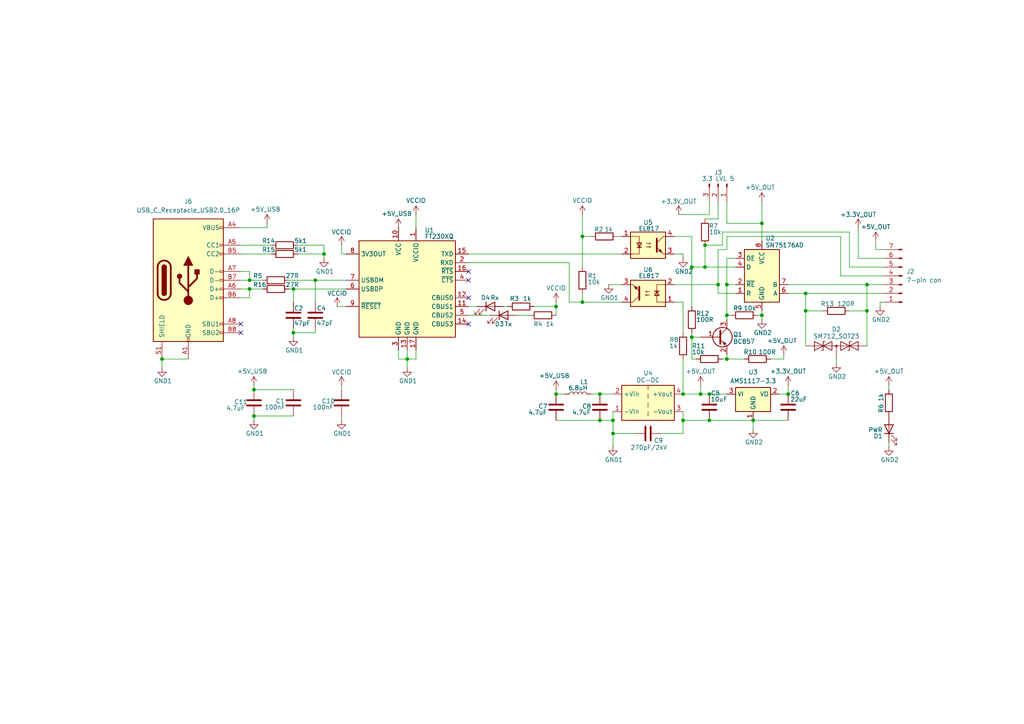
<source format=kicad_sch>
(kicad_sch (version 20231120) (generator "eeschema") (generator_version "8.0")
  (paper "A4")
  (title_block (title "Isolated USB-UART/RS485 -ver.FT230") (date "2025-05-27"))
  (lib_symbols
    (symbol "Connector:Conn_01x03_Pin" (pin_names (offset 1.016) hide)
      (property "Reference" "J" (at 0 5.08 0))
      (property "Value" "Conn_01x03_Pin" (at 0 -5.08 0))
      (symbol "Conn_01x03_Pin_1_1"
        (polyline (pts (xy 1.27 -2.54) (xy 0.8636 -2.54)) (stroke (width 0.1524)))
        (polyline (pts (xy 1.27 0) (xy 0.8636 0)) (stroke (width 0.1524)))
        (polyline (pts (xy 1.27 2.54) (xy 0.8636 2.54)) (stroke (width 0.1524)))
        (rectangle (start 0.8636 -2.413) (end 0 -2.667) (stroke (width 0.1524)) (fill (type outline)))
        (rectangle (start 0.8636 0.127) (end 0 -0.127) (stroke (width 0.1524)) (fill (type outline)))
        (rectangle (start 0.8636 2.667) (end 0 2.413) (stroke (width 0.1524)) (fill (type outline)))
        (pin passive line (at 5.08 2.54 180) (length 3.81) (name "Pin_1") (number "1"))
        (pin passive line (at 5.08 0 180) (length 3.81) (name "Pin_2") (number "2"))
        (pin passive line (at 5.08 -2.54 180) (length 3.81) (name "Pin_3") (number "3"))
      )
    )
    (symbol "Connector:Conn_01x07_Pin" (pin_names (offset 1.016) hide)
      (property "Reference" "J" (at 0 10.16 0))
      (property "Value" "Conn_01x07_Pin" (at 0 -10.16 0))
      (symbol "Conn_01x07_Pin_1_1"
        (polyline (pts (xy 1.27 -7.62) (xy 0.8636 -7.62)) (stroke (width 0.1524)))
        (polyline (pts (xy 1.27 -5.08) (xy 0.8636 -5.08)) (stroke (width 0.1524)))
        (polyline (pts (xy 1.27 -2.54) (xy 0.8636 -2.54)) (stroke (width 0.1524)))
        (polyline (pts (xy 1.27 0) (xy 0.8636 0)) (stroke (width 0.1524)))
        (polyline (pts (xy 1.27 2.54) (xy 0.8636 2.54)) (stroke (width 0.1524)))
        (polyline (pts (xy 1.27 5.08) (xy 0.8636 5.08)) (stroke (width 0.1524)))
        (polyline (pts (xy 1.27 7.62) (xy 0.8636 7.62)) (stroke (width 0.1524)))
        (rectangle (start 0.8636 -7.493) (end 0 -7.747) (stroke (width 0.1524)) (fill (type outline)))
        (rectangle (start 0.8636 -4.953) (end 0 -5.207) (stroke (width 0.1524)) (fill (type outline)))
        (rectangle (start 0.8636 -2.413) (end 0 -2.667) (stroke (width 0.1524)) (fill (type outline)))
        (rectangle (start 0.8636 0.127) (end 0 -0.127) (stroke (width 0.1524)) (fill (type outline)))
        (rectangle (start 0.8636 2.667) (end 0 2.413) (stroke (width 0.1524)) (fill (type outline)))
        (rectangle (start 0.8636 5.207) (end 0 4.953) (stroke (width 0.1524)) (fill (type outline)))
        (rectangle (start 0.8636 7.747) (end 0 7.493) (stroke (width 0.1524)) (fill (type outline)))
        (pin passive line (at 5.08 7.62 180) (length 3.81) (name "Pin_1") (number "1"))
        (pin passive line (at 5.08 5.08 180) (length 3.81) (name "Pin_2") (number "2"))
        (pin passive line (at 5.08 2.54 180) (length 3.81) (name "Pin_3") (number "3"))
        (pin passive line (at 5.08 0 180) (length 3.81) (name "Pin_4") (number "4"))
        (pin passive line (at 5.08 -2.54 180) (length 3.81) (name "Pin_5") (number "5"))
        (pin passive line (at 5.08 -5.08 180) (length 3.81) (name "Pin_6") (number "6"))
        (pin passive line (at 5.08 -7.62 180) (length 3.81) (name "Pin_7") (number "7"))
      )
    )
    (symbol "Connector:USB_C_Receptacle_USB2.0_16P" (pin_names (offset 1.016))
      (property "Reference" "J" (at 0 22.225 0))
      (property "Value" "USB_C_Receptacle_USB2.0_16P" (at 0 19.685 0))
      (symbol "USB_C_Receptacle_USB2.0_16P_0_0"
        (rectangle (start -0.254 -17.78) (end 0.254 -16.764))
        (rectangle (start 10.16 -14.986) (end 9.144 -15.494))
        (rectangle (start 10.16 -12.446) (end 9.144 -12.954))
        (rectangle (start 10.16 -4.826) (end 9.144 -5.334))
        (rectangle (start 10.16 -2.286) (end 9.144 -2.794))
        (rectangle (start 10.16 0.254) (end 9.144 -0.254))
        (rectangle (start 10.16 2.794) (end 9.144 2.286))
        (rectangle (start 10.16 7.874) (end 9.144 7.366))
        (rectangle (start 10.16 10.414) (end 9.144 9.906))
        (rectangle (start 10.16 15.494) (end 9.144 14.986))
      )
      (symbol "USB_C_Receptacle_USB2.0_16P_0_1"
        (rectangle (start -10.16 17.78) (end 10.16 -17.78) (stroke (width 0.254)) (fill (type background)))
        (arc (start -8.89 -3.81) (mid -6.985 -5.7067) (end -5.08 -3.81) (stroke (width 0.508)))
        (arc (start -7.62 -3.81) (mid -6.985 -4.4423) (end -6.35 -3.81) (stroke (width 0.254)))
        (arc (start -7.62 -3.81) (mid -6.985 -4.4423) (end -6.35 -3.81) (stroke (width 0.254)) (fill (type outline)))
        (rectangle (start -7.62 -3.81) (end -6.35 3.81) (stroke (width 0.254)) (fill (type outline)))
        (arc (start -6.35 3.81) (mid -6.985 4.4423) (end -7.62 3.81) (stroke (width 0.254)))
        (arc (start -6.35 3.81) (mid -6.985 4.4423) (end -7.62 3.81) (stroke (width 0.254)) (fill (type outline)))
        (arc (start -5.08 3.81) (mid -6.985 5.7067) (end -8.89 3.81) (stroke (width 0.508)))
        (circle (center -2.54 1.143) (radius 0.635) (stroke (width 0.254)) (fill (type outline)))
        (circle (center 0 -5.842) (radius 1.27) (fill (type outline)))
        (polyline (pts (xy -8.89 -3.81) (xy -8.89 3.81)) (stroke (width 0.508)))
        (polyline (pts (xy -5.08 3.81) (xy -5.08 -3.81)) (stroke (width 0.508)))
        (polyline (pts (xy 0 -5.842) (xy 0 4.318)) (stroke (width 0.508)))
        (polyline (pts (xy 0 -3.302) (xy -2.54 -0.762) (xy -2.54 0.508)) (stroke (width 0.508)))
        (polyline (pts (xy 0 -2.032) (xy 2.54 0.508) (xy 2.54 1.778)) (stroke (width 0.508)))
        (polyline (pts (xy -1.27 4.318) (xy 0 6.858) (xy 1.27 4.318) (xy -1.27 4.318)) (stroke (width 0.254)) (fill (type outline)))
        (rectangle (start 1.905 1.778) (end 3.175 3.048) (stroke (width 0.254)) (fill (type outline)))
      )
      (symbol "USB_C_Receptacle_USB2.0_16P_1_1"
        (pin passive line (at 0 -22.86 90) (length 5.08) (name "GND") (number "A1"))
        (pin passive line (at 0 -22.86 90) (length 5.08) hide (name "GND") (number "A12"))
        (pin passive line (at 15.24 15.24 180) (length 5.08) (name "VBUS") (number "A4"))
        (pin bidirectional line (at 15.24 10.16 180) (length 5.08) (name "CC1") (number "A5"))
        (pin bidirectional line (at 15.24 -2.54 180) (length 5.08) (name "D+") (number "A6"))
        (pin bidirectional line (at 15.24 2.54 180) (length 5.08) (name "D-") (number "A7"))
        (pin bidirectional line (at 15.24 -12.7 180) (length 5.08) (name "SBU1") (number "A8"))
        (pin passive line (at 15.24 15.24 180) (length 5.08) hide (name "VBUS") (number "A9"))
        (pin passive line (at 0 -22.86 90) (length 5.08) hide (name "GND") (number "B1"))
        (pin passive line (at 0 -22.86 90) (length 5.08) hide (name "GND") (number "B12"))
        (pin passive line (at 15.24 15.24 180) (length 5.08) hide (name "VBUS") (number "B4"))
        (pin bidirectional line (at 15.24 7.62 180) (length 5.08) (name "CC2") (number "B5"))
        (pin bidirectional line (at 15.24 -5.08 180) (length 5.08) (name "D+") (number "B6"))
        (pin bidirectional line (at 15.24 0 180) (length 5.08) (name "D-") (number "B7"))
        (pin bidirectional line (at 15.24 -15.24 180) (length 5.08) (name "SBU2") (number "B8"))
        (pin passive line (at 15.24 15.24 180) (length 5.08) hide (name "VBUS") (number "B9"))
        (pin passive line (at -7.62 -22.86 90) (length 5.08) (name "SHIELD") (number "S1"))
      )
    )
    (symbol "Converter_DCDC:TEA1-0505"
      (property "Reference" "U" (at -7.62 6.35 0))
      (property "Value" "TEA1-0505" (at -2.54 6.35 0))
      (symbol "TEA1-0505_0_0"
        (pin power_in line (at -10.16 -2.54 0) (length 2.54) (name "-Vin") (number "1"))
        (pin power_in line (at -10.16 2.54 0) (length 2.54) (name "+Vin") (number "2"))
        (pin power_out line (at 10.16 -2.54 180) (length 2.54) (name "-Vout") (number "3"))
        (pin power_out line (at 10.16 2.54 180) (length 2.54) (name "+Vout") (number "4"))
      )
      (symbol "TEA1-0505_0_1"
        (rectangle (start -7.62 5.08) (end 7.62 -5.08) (stroke (width 0.254)) (fill (type background)))
        (polyline (pts (xy 0 -2.54) (xy 0 -3.81)))
        (polyline (pts (xy 0 0) (xy 0 -1.27)))
        (polyline (pts (xy 0 2.54) (xy 0 1.27)))
        (polyline (pts (xy 0 5.08) (xy 0 3.81)))
      )
    )
    (symbol "Device:C" (pin_numbers hide) (pin_names (offset 0.254))
      (property "Reference" "C1" (at 3.81 1.2701 0))
      (property "Value" "12pF" (at 3.81 -1.2699 0))
      (symbol "C_0_1"
        (polyline (pts (xy -2.032 -0.762) (xy 2.032 -0.762)) (stroke (width 0.508)))
        (polyline (pts (xy -2.032 0.762) (xy 2.032 0.762)) (stroke (width 0.508)))
      )
      (symbol "C_1_1"
        (pin passive line (at 0 3.81 270) (length 2.794) (name "~") (number "1"))
        (pin passive line (at 0 -3.81 90) (length 2.794) (name "~") (number "2"))
      )
    )
    (symbol "Device:L" (pin_numbers hide) (pin_names (offset 1.016) hide)
      (property "Reference" "L" (at -1.27 0 90))
      (property "Value" "L" (at 1.905 0 90))
      (symbol "L_0_1"
        (arc (start 0 -2.54) (mid 0.6323 -1.905) (end 0 -1.27))
        (arc (start 0 -1.27) (mid 0.6323 -0.635) (end 0 0))
        (arc (start 0 0) (mid 0.6323 0.635) (end 0 1.27))
        (arc (start 0 1.27) (mid 0.6323 1.905) (end 0 2.54))
      )
      (symbol "L_1_1"
        (pin passive line (at 0 3.81 270) (length 1.27) (name "1") (number "1"))
        (pin passive line (at 0 -3.81 90) (length 1.27) (name "2") (number "2"))
      )
    )
    (symbol "Device:LED" (pin_numbers hide) (pin_names (offset 1.016) hide)
      (property "Reference" "D" (at 0 2.54 0))
      (property "Value" "LED" (at 0 -2.54 0))
      (symbol "LED_0_1"
        (polyline (pts (xy -1.27 -1.27) (xy -1.27 1.27)) (stroke (width 0.254)))
        (polyline (pts (xy -1.27 0) (xy 1.27 0)))
        (polyline (pts (xy 1.27 -1.27) (xy 1.27 1.27) (xy -1.27 0) (xy 1.27 -1.27)) (stroke (width 0.254)))
        (polyline (pts (xy -3.048 -0.762) (xy -4.572 -2.286) (xy -3.81 -2.286) (xy -4.572 -2.286) (xy -4.572 -1.524)))
        (polyline (pts (xy -1.778 -0.762) (xy -3.302 -2.286) (xy -2.54 -2.286) (xy -3.302 -2.286) (xy -3.302 -1.524)))
      )
      (symbol "LED_1_1"
        (pin passive line (at -3.81 0 0) (length 2.54) (name "K") (number "1"))
        (pin passive line (at 3.81 0 180) (length 2.54) (name "A") (number "2"))
      )
    )
    (symbol "Device:R" (pin_numbers hide) (pin_names (offset 0))
      (property "Reference" "R" (at 2.032 0 90))
      (property "Value" "R" (at 0 0 90))
      (symbol "R_0_1"
        (rectangle (start -1.016 -2.54) (end 1.016 2.54) (stroke (width 0.254)))
      )
      (symbol "R_1_1"
        (pin passive line (at 0 3.81 270) (length 1.27) (name "~") (number "1"))
        (pin passive line (at 0 -3.81 90) (length 1.27) (name "~") (number "2"))
      )
    )
    (symbol "Diode:SM712_SOT23" (pin_numbers hide) (pin_names (offset 1.016) hide)
      (property "Reference" "D" (at 0 4.445 0))
      (property "Value" "SM712_SOT23" (at 0 2.54 0))
      (symbol "SM712_SOT23_0_0"
        (polyline (pts (xy 0 -1.27) (xy 0 0)))
      )
      (symbol "SM712_SOT23_0_1"
        (polyline (pts (xy -6.35 0) (xy 6.35 0)))
        (polyline (pts (xy -3.302 1.27) (xy -3.81 1.27) (xy -3.81 -1.27) (xy -4.318 -1.27)) (stroke (width 0.2032)))
        (polyline (pts (xy 4.318 1.27) (xy 3.81 1.27) (xy 3.81 -1.27) (xy 3.302 -1.27)) (stroke (width 0.2032)))
        (polyline (pts (xy -6.35 -1.27) (xy -1.27 1.27) (xy -1.27 -1.27) (xy -6.35 1.27) (xy -6.35 -1.27)) (stroke (width 0.2032)))
        (polyline (pts (xy 1.27 -1.27) (xy 1.27 1.27) (xy 6.35 -1.27) (xy 6.35 1.27) (xy 1.27 -1.27)) (stroke (width 0.2032)))
        (circle (center 0 0) (radius 0.254) (fill (type outline)))
      )
      (symbol "SM712_SOT23_1_1"
        (pin passive line (at -8.89 0 0) (length 2.54) (name "A1") (number "1"))
        (pin passive line (at 8.89 0 180) (length 2.54) (name "A2") (number "2"))
        (pin input line (at 0 -3.81 90) (length 2.54) (name "common") (number "3"))
      )
    )
    (symbol "Interface_UART:SN75176AD"
      (property "Reference" "U" (at -4.318 8.89 0))
      (property "Value" "SN75176AD" (at 1.016 8.89 0))
      (symbol "SN75176AD_0_1"
        (rectangle (start -5.08 7.62) (end 5.08 -7.62) (stroke (width 0.254)) (fill (type background)))
      )
      (symbol "SN75176AD_1_1"
        (pin output line (at -7.62 -5.08 0) (length 2.54) (name "R") (number "1"))
        (pin input line (at -7.62 -2.54 0) (length 2.54) (name "~{RE}") (number "2"))
        (pin input line (at -7.62 5.08 0) (length 2.54) (name "DE") (number "3"))
        (pin input line (at -7.62 2.54 0) (length 2.54) (name "D") (number "4"))
        (pin power_in line (at 0 -10.16 90) (length 2.54) (name "GND") (number "5"))
        (pin bidirectional line (at 7.62 -5.08 180) (length 2.54) (name "A") (number "6"))
        (pin bidirectional line (at 7.62 -2.54 180) (length 2.54) (name "B") (number "7"))
        (pin power_in line (at 0 10.16 270) (length 2.54) (name "VCC") (number "8"))
      )
    )
    (symbol "Interface_USB:FT230XQ"
      (property "Reference" "U" (at -13.97 15.24 0))
      (property "Value" "FT230XQ" (at 7.62 15.24 0))
      (symbol "FT230XQ_0_1"
        (rectangle (start -13.97 13.97) (end 13.97 -13.97) (stroke (width 0.254)) (fill (type background)))
      )
      (symbol "FT230XQ_1_1"
        (pin power_in line (at 2.54 17.78 270) (length 3.81) (name "VCCIO") (number "1"))
        (pin power_in line (at -2.54 17.78 270) (length 3.81) (name "VCC") (number "10"))
        (pin bidirectional line (at 17.78 -5.08 180) (length 3.81) (name "CBUS1") (number "11"))
        (pin bidirectional line (at 17.78 -2.54 180) (length 3.81) (name "CBUS0") (number "12"))
        (pin power_in line (at 0 -17.78 90) (length 3.81) (name "GND") (number "13"))
        (pin bidirectional line (at 17.78 -10.16 180) (length 3.81) (name "CBUS3") (number "14"))
        (pin output line (at 17.78 10.16 180) (length 3.81) (name "TXD") (number "15"))
        (pin output line (at 17.78 5.08 180) (length 3.81) (name "~{RTS}") (number "16"))
        (pin power_in line (at 2.54 -17.78 90) (length 3.81) (name "GND") (number "17"))
        (pin input line (at 17.78 7.62 180) (length 3.81) (name "RXD") (number "2"))
        (pin power_in line (at -2.54 -17.78 90) (length 3.81) (name "GND") (number "3"))
        (pin input line (at 17.78 2.54 180) (length 3.81) (name "~{CTS}") (number "4"))
        (pin bidirectional line (at 17.78 -7.62 180) (length 3.81) (name "CBUS2") (number "5"))
        (pin bidirectional line (at -17.78 0 0) (length 3.81) (name "USBDP") (number "6"))
        (pin bidirectional line (at -17.78 2.54 0) (length 3.81) (name "USBDM") (number "7"))
        (pin power_out line (at -17.78 10.16 0) (length 3.81) (name "3V3OUT") (number "8"))
        (pin input line (at -17.78 -5.08 0) (length 3.81) (name "~{RESET}") (number "9"))
      )
    )
    (symbol "Isolator:LTV-817S" (pin_names (offset 1.016))
      (property "Reference" "U" (at -3.81 5.08 0))
      (property "Value" "LTV-817S" (at 0 -5.08 0))
      (symbol "LTV-817S_1_1"
        (rectangle (start -5.08 3.81) (end 5.08 -3.81) (stroke (width 0.254)) (fill (type background)))
        (polyline (pts (xy -3.175 -0.635) (xy -1.905 -0.635)) (stroke (width 0.254)))
        (polyline (pts (xy 2.54 0.635) (xy 4.445 2.54)))
        (polyline (pts (xy 4.445 -2.54) (xy 2.54 -0.635)) (fill (type outline)))
        (polyline (pts (xy 4.445 -2.54) (xy 5.08 -2.54)))
        (polyline (pts (xy 4.445 2.54) (xy 5.08 2.54)))
        (polyline (pts (xy -5.08 2.54) (xy -2.54 2.54) (xy -2.54 -0.762)))
        (polyline (pts (xy -2.54 -0.635) (xy -2.54 -2.54) (xy -5.08 -2.54)))
        (polyline (pts (xy 2.54 1.905) (xy 2.54 -1.905) (xy 2.54 -1.905)) (stroke (width 0.508)))
        (polyline (pts (xy -2.54 -0.635) (xy -3.175 0.635) (xy -1.905 0.635) (xy -2.54 -0.635)) (stroke (width 0.254)))
        (polyline (pts (xy -0.508 -0.508) (xy 0.762 -0.508) (xy 0.381 -0.635) (xy 0.381 -0.381) (xy 0.762 -0.508)))
        (polyline (pts (xy -0.508 0.508) (xy 0.762 0.508) (xy 0.381 0.381) (xy 0.381 0.635) (xy 0.762 0.508)))
        (polyline (pts (xy 3.048 -1.651) (xy 3.556 -1.143) (xy 4.064 -2.159) (xy 3.048 -1.651) (xy 3.048 -1.651)) (fill (type outline)))
        (pin passive line (at -7.62 2.54 0) (length 2.54) (name "~") (number "1"))
        (pin passive line (at -7.62 -2.54 0) (length 2.54) (name "~") (number "2"))
        (pin passive line (at 7.62 -2.54 180) (length 2.54) (name "~") (number "3"))
        (pin passive line (at 7.62 2.54 180) (length 2.54) (name "~") (number "4"))
      )
    )
    (symbol "Regulator_Linear:AMS1117-3.3"
      (property "Reference" "U" (at -3.81 3.175 0))
      (property "Value" "AMS1117-3.3" (at 0 3.175 0))
      (symbol "AMS1117-3.3_0_1"
        (rectangle (start -5.08 -5.08) (end 5.08 1.905) (stroke (width 0.254)) (fill (type background)))
      )
      (symbol "AMS1117-3.3_1_1"
        (pin power_in line (at 0 -7.62 90) (length 2.54) (name "GND") (number "1"))
        (pin power_out line (at 7.62 0 180) (length 2.54) (name "VO") (number "2"))
        (pin power_in line (at -7.62 0 0) (length 2.54) (name "VI") (number "3"))
      )
    )
    (symbol "Transistor_BJT:BC857" (pin_names (offset 0) hide)
      (property "Reference" "Q" (at 5.08 1.905 0))
      (property "Value" "BC857" (at 5.08 0 0))
      (symbol "BC857_0_1"
        (polyline (pts (xy 0.635 0.635) (xy 2.54 2.54)))
        (polyline (pts (xy 0.635 -0.635) (xy 2.54 -2.54) (xy 2.54 -2.54)))
        (polyline (pts (xy 0.635 1.905) (xy 0.635 -1.905) (xy 0.635 -1.905)) (stroke (width 0.508)))
        (polyline (pts (xy 2.286 -1.778) (xy 1.778 -2.286) (xy 1.27 -1.27) (xy 2.286 -1.778) (xy 2.286 -1.778)) (fill (type outline)))
        (circle (center 1.27 0) (radius 2.8194) (stroke (width 0.254)))
      )
      (symbol "BC857_1_1"
        (pin input line (at -5.08 0 0) (length 5.715) (name "B") (number "1"))
        (pin passive line (at 2.54 -5.08 90) (length 2.54) (name "E") (number "2"))
        (pin passive line (at 2.54 5.08 270) (length 2.54) (name "C") (number "3"))
      )
    )
    (symbol "power:+3.3V" (power) (pin_numbers hide) (pin_names (offset 0) hide)
      (property "Value" "+3.3V" (at 0 3.556 0))
      (symbol "+3.3V_0_1"
        (polyline (pts (xy -0.762 1.27) (xy 0 2.54)))
        (polyline (pts (xy 0 0) (xy 0 2.54)))
        (polyline (pts (xy 0 2.54) (xy 0.762 1.27)))
      )
      (symbol "+3.3V_1_1"
        (pin power_in line (at 0 0 90) (length 0) (name "~") (number "1"))
      )
    )
    (symbol "power:+5V" (power) (pin_numbers hide) (pin_names (offset 0) hide)
      (property "Value" "+5V" (at 0 3.556 0))
      (symbol "+5V_0_1"
        (polyline (pts (xy -0.762 1.27) (xy 0 2.54)))
        (polyline (pts (xy 0 0) (xy 0 2.54)))
        (polyline (pts (xy 0 2.54) (xy 0.762 1.27)))
      )
      (symbol "+5V_1_1"
        (pin power_in line (at 0 0 90) (length 0) (name "~") (number "1"))
      )
    )
    (symbol "power:GND1" (power) (pin_numbers hide) (pin_names (offset 0) hide)
      (property "Value" "GND1" (at 0 -3.81 0))
      (symbol "GND1_0_1"
        (polyline (pts (xy 0 0) (xy 0 -1.27) (xy 1.27 -1.27) (xy 0 -2.54) (xy -1.27 -1.27) (xy 0 -1.27)))
      )
      (symbol "GND1_1_1"
        (pin power_in line (at 0 0 270) (length 0) (name "~") (number "1"))
      )
    )
    (symbol "power:GND2" (power) (pin_numbers hide) (pin_names (offset 0) hide)
      (property "Value" "GND2" (at 0 -3.81 0))
      (symbol "GND2_0_1"
        (polyline (pts (xy 0 0) (xy 0 -1.27) (xy 1.27 -1.27) (xy 0 -2.54) (xy -1.27 -1.27) (xy 0 -1.27)))
      )
      (symbol "GND2_1_1"
        (pin power_in line (at 0 0 270) (length 0) (name "~") (number "1"))
      )
    )
  )
  (junction (at 73.66 113.03))
  (junction (at 173.99 121.92))
  (junction (at 210.82 82.55))
  (junction (at 173.99 114.3))
  (junction (at 168.91 87.63))
  (junction (at 228.6 114.3))
  (junction (at 205.74 121.92))
  (junction (at 251.46 90.17))
  (junction (at 220.98 64.77))
  (junction (at 210.82 104.14))
  (junction (at 205.74 114.3))
  (junction (at 204.47 77.47))
  (junction (at 220.98 91.44))
  (junction (at 198.12 114.3))
  (junction (at 218.44 121.92))
  (junction (at 208.28 82.55))
  (junction (at 46.99 104.14))
  (junction (at 198.12 121.92))
  (junction (at 233.68 85.09))
  (junction (at 73.66 120.65))
  (junction (at 85.09 96.52))
  (junction (at 118.11 104.14))
  (junction (at 200.66 97.79))
  (junction (at 204.47 71.12))
  (junction (at 251.46 82.55))
  (junction (at 177.8 125.73))
  (junction (at 200.66 77.47))
  (junction (at 177.8 121.92))
  (junction (at 161.29 114.3))
  (junction (at 85.09 83.82))
  (junction (at 233.68 90.17))
  (junction (at 72.39 83.82))
  (junction (at 203.2 114.3))
  (junction (at 210.82 91.44))
  (junction (at 93.98 73.66))
  (junction (at 161.29 88.9))
  (junction (at 91.44 81.28))
  (junction (at 72.39 81.28))
  (junction (at 168.91 68.58))
  (no_connect (at 69.85 96.52))
  (no_connect (at 69.85 93.98))
  (no_connect (at 135.89 78.74))
  (no_connect (at 135.89 86.36))
  (no_connect (at 135.89 81.28))
  (no_connect (at 135.89 93.98))
  (wire (pts (xy 200.66 68.58) (xy 195.58 68.58)))
  (wire (pts (xy 251.46 100.33) (xy 251.46 90.17)))
  (wire (pts (xy 213.36 85.09) (xy 208.28 85.09)))
  (wire (pts (xy 257.81 111.76) (xy 257.81 113.03)))
  (wire (pts (xy 256.54 77.47) (xy 246.38 77.47)))
  (wire (pts (xy 195.58 73.66) (xy 198.12 73.66)))
  (wire (pts (xy 99.06 111.76) (xy 99.06 113.03)))
  (wire (pts (xy 69.85 78.74) (xy 72.39 78.74)))
  (wire (pts (xy 177.8 125.73) (xy 184.15 125.73)))
  (wire (pts (xy 73.66 120.65) (xy 85.09 120.65)))
  (wire (pts (xy 198.12 104.14) (xy 198.12 114.3)))
  (wire (pts (xy 135.89 73.66) (xy 180.34 73.66)))
  (wire (pts (xy 204.47 77.47) (xy 200.66 77.47)))
  (wire (pts (xy 161.29 114.3) (xy 161.29 113.03)))
  (wire (pts (xy 210.82 91.44) (xy 210.82 92.71)))
  (wire (pts (xy 210.82 104.14) (xy 210.82 102.87)))
  (wire (pts (xy 246.38 90.17) (xy 251.46 90.17)))
  (wire (pts (xy 233.68 90.17) (xy 233.68 100.33)))
  (wire (pts (xy 118.11 104.14) (xy 120.65 104.14)))
  (wire (pts (xy 242.57 105.41) (xy 242.57 104.14)))
  (wire (pts (xy 200.66 97.79) (xy 200.66 104.14)))
  (wire (pts (xy 171.45 114.3) (xy 173.99 114.3)))
  (wire (pts (xy 85.09 83.82) (xy 85.09 87.63)))
  (wire (pts (xy 198.12 114.3) (xy 203.2 114.3)))
  (wire (pts (xy 204.47 77.47) (xy 213.36 77.47)))
  (wire (pts (xy 220.98 90.17) (xy 220.98 91.44)))
  (wire (pts (xy 72.39 83.82) (xy 76.2 83.82)))
  (wire (pts (xy 72.39 81.28) (xy 76.2 81.28)))
  (wire (pts (xy 198.12 87.63) (xy 195.58 87.63)))
  (wire (pts (xy 85.09 83.82) (xy 100.33 83.82)))
  (wire (pts (xy 91.44 96.52) (xy 85.09 96.52)))
  (wire (pts (xy 93.98 71.12) (xy 93.98 73.66)))
  (wire (pts (xy 204.47 71.12) (xy 204.47 77.47)))
  (wire (pts (xy 168.91 68.58) (xy 168.91 77.47)))
  (wire (pts (xy 72.39 78.74) (xy 72.39 81.28)))
  (wire (pts (xy 228.6 85.09) (xy 233.68 85.09)))
  (wire (pts (xy 233.68 90.17) (xy 233.68 85.09)))
  (wire (pts (xy 246.38 67.31) (xy 209.55 67.31)))
  (wire (pts (xy 99.06 120.65) (xy 99.06 121.92)))
  (wire (pts (xy 195.58 82.55) (xy 208.28 82.55)))
  (wire (pts (xy 72.39 81.28) (xy 69.85 81.28)))
  (wire (pts (xy 72.39 86.36) (xy 69.85 86.36)))
  (wire (pts (xy 233.68 85.09) (xy 256.54 85.09)))
  (wire (pts (xy 135.89 88.9) (xy 138.43 88.9)))
  (wire (pts (xy 248.92 74.93) (xy 256.54 74.93)))
  (wire (pts (xy 135.89 76.2) (xy 165.1 76.2)))
  (wire (pts (xy 86.36 71.12) (xy 93.98 71.12)))
  (wire (pts (xy 146.05 88.9) (xy 147.32 88.9)))
  (wire (pts (xy 91.44 81.28) (xy 100.33 81.28)))
  (wire (pts (xy 198.12 87.63) (xy 198.12 96.52)))
  (wire (pts (xy 204.47 71.12) (xy 209.55 71.12)))
  (wire (pts (xy 173.99 114.3) (xy 177.8 114.3)))
  (wire (pts (xy 210.82 74.93) (xy 210.82 82.55)))
  (wire (pts (xy 177.8 121.92) (xy 177.8 125.73)))
  (wire (pts (xy 204.47 63.5) (xy 208.28 63.5)))
  (wire (pts (xy 248.92 66.04) (xy 248.92 74.93)))
  (wire (pts (xy 93.98 74.93) (xy 93.98 73.66)))
  (wire (pts (xy 255.27 87.63) (xy 255.27 88.9)))
  (wire (pts (xy 210.82 68.58) (xy 243.84 68.58)))
  (wire (pts (xy 118.11 101.6) (xy 118.11 104.14)))
  (wire (pts (xy 165.1 76.2) (xy 165.1 87.63)))
  (wire (pts (xy 251.46 90.17) (xy 251.46 82.55)))
  (wire (pts (xy 73.66 111.76) (xy 73.66 113.03)))
  (wire (pts (xy 210.82 58.42) (xy 210.82 64.77)))
  (wire (pts (xy 161.29 114.3) (xy 163.83 114.3)))
  (wire (pts (xy 69.85 71.12) (xy 78.74 71.12)))
  (wire (pts (xy 73.66 120.65) (xy 73.66 121.92)))
  (wire (pts (xy 161.29 91.44) (xy 161.29 88.9)))
  (wire (pts (xy 227.33 104.14) (xy 227.33 102.87)))
  (wire (pts (xy 218.44 121.92) (xy 218.44 124.46)))
  (wire (pts (xy 176.53 82.55) (xy 180.34 82.55)))
  (wire (pts (xy 83.82 83.82) (xy 85.09 83.82)))
  (wire (pts (xy 168.91 68.58) (xy 171.45 68.58)))
  (wire (pts (xy 198.12 125.73) (xy 198.12 121.92)))
  (wire (pts (xy 118.11 104.14) (xy 118.11 106.68)))
  (wire (pts (xy 177.8 119.38) (xy 177.8 121.92)))
  (wire (pts (xy 165.1 87.63) (xy 168.91 87.63)))
  (wire (pts (xy 83.82 81.28) (xy 91.44 81.28)))
  (wire (pts (xy 91.44 95.25) (xy 91.44 96.52)))
  (wire (pts (xy 205.74 114.3) (xy 210.82 114.3)))
  (wire (pts (xy 209.55 67.31) (xy 209.55 71.12)))
  (wire (pts (xy 254 72.39) (xy 256.54 72.39)))
  (wire (pts (xy 210.82 104.14) (xy 215.9 104.14)))
  (wire (pts (xy 243.84 80.01) (xy 256.54 80.01)))
  (wire (pts (xy 135.89 91.44) (xy 142.24 91.44)))
  (wire (pts (xy 173.99 121.92) (xy 177.8 121.92)))
  (wire (pts (xy 223.52 104.14) (xy 227.33 104.14)))
  (wire (pts (xy 200.66 96.52) (xy 200.66 97.79)))
  (wire (pts (xy 120.65 62.23) (xy 120.65 66.04)))
  (wire (pts (xy 161.29 121.92) (xy 173.99 121.92)))
  (wire (pts (xy 198.12 121.92) (xy 198.12 119.38)))
  (wire (pts (xy 115.57 104.14) (xy 118.11 104.14)))
  (wire (pts (xy 205.74 62.23) (xy 205.74 58.42)))
  (wire (pts (xy 91.44 81.28) (xy 91.44 87.63)))
  (wire (pts (xy 208.28 72.39) (xy 210.82 72.39)))
  (wire (pts (xy 200.66 77.47) (xy 200.66 88.9)))
  (wire (pts (xy 46.99 104.14) (xy 46.99 106.68)))
  (wire (pts (xy 208.28 82.55) (xy 208.28 72.39)))
  (wire (pts (xy 54.61 104.14) (xy 46.99 104.14)))
  (wire (pts (xy 115.57 101.6) (xy 115.57 104.14)))
  (wire (pts (xy 257.81 128.27) (xy 257.81 129.54)))
  (wire (pts (xy 86.36 73.66) (xy 93.98 73.66)))
  (wire (pts (xy 73.66 113.03) (xy 85.09 113.03)))
  (wire (pts (xy 69.85 83.82) (xy 72.39 83.82)))
  (wire (pts (xy 220.98 64.77) (xy 220.98 69.85)))
  (wire (pts (xy 69.85 73.66) (xy 78.74 73.66)))
  (wire (pts (xy 243.84 68.58) (xy 243.84 80.01)))
  (wire (pts (xy 97.79 88.9) (xy 100.33 88.9)))
  (wire (pts (xy 233.68 90.17) (xy 238.76 90.17)))
  (wire (pts (xy 198.12 121.92) (xy 205.74 121.92)))
  (wire (pts (xy 228.6 82.55) (xy 251.46 82.55)))
  (wire (pts (xy 251.46 82.55) (xy 256.54 82.55)))
  (wire (pts (xy 85.09 96.52) (xy 85.09 97.79)))
  (wire (pts (xy 209.55 104.14) (xy 210.82 104.14)))
  (wire (pts (xy 99.06 73.66) (xy 100.33 73.66)))
  (wire (pts (xy 161.29 87.63) (xy 161.29 88.9)))
  (wire (pts (xy 208.28 85.09) (xy 208.28 82.55)))
  (wire (pts (xy 218.44 121.92) (xy 228.6 121.92)))
  (wire (pts (xy 168.91 62.23) (xy 168.91 68.58)))
  (wire (pts (xy 198.12 73.66) (xy 198.12 74.93)))
  (wire (pts (xy 210.82 82.55) (xy 213.36 82.55)))
  (wire (pts (xy 168.91 87.63) (xy 180.34 87.63)))
  (wire (pts (xy 69.85 66.04) (xy 77.47 66.04)))
  (wire (pts (xy 220.98 58.42) (xy 220.98 64.77)))
  (wire (pts (xy 219.71 91.44) (xy 220.98 91.44)))
  (wire (pts (xy 203.2 111.76) (xy 203.2 114.3)))
  (wire (pts (xy 161.29 88.9) (xy 154.94 88.9)))
  (wire (pts (xy 203.2 114.3) (xy 205.74 114.3)))
  (wire (pts (xy 246.38 77.47) (xy 246.38 67.31)))
  (wire (pts (xy 210.82 82.55) (xy 210.82 91.44)))
  (wire (pts (xy 213.36 74.93) (xy 210.82 74.93)))
  (wire (pts (xy 226.06 114.3) (xy 228.6 114.3)))
  (wire (pts (xy 85.09 95.25) (xy 85.09 96.52)))
  (wire (pts (xy 72.39 83.82) (xy 72.39 86.36)))
  (wire (pts (xy 120.65 104.14) (xy 120.65 101.6)))
  (wire (pts (xy 196.85 62.23) (xy 205.74 62.23)))
  (wire (pts (xy 149.86 91.44) (xy 153.67 91.44)))
  (wire (pts (xy 210.82 91.44) (xy 212.09 91.44)))
  (wire (pts (xy 208.28 58.42) (xy 208.28 63.5)))
  (wire (pts (xy 205.74 121.92) (xy 218.44 121.92)))
  (wire (pts (xy 168.91 85.09) (xy 168.91 87.63)))
  (wire (pts (xy 200.66 97.79) (xy 203.2 97.79)))
  (wire (pts (xy 77.47 66.04) (xy 77.47 64.77)))
  (wire (pts (xy 200.66 104.14) (xy 201.93 104.14)))
  (wire (pts (xy 210.82 72.39) (xy 210.82 68.58)))
  (wire (pts (xy 177.8 125.73) (xy 177.8 129.54)))
  (wire (pts (xy 179.07 68.58) (xy 180.34 68.58)))
  (wire (pts (xy 200.66 77.47) (xy 200.66 68.58)))
  (wire (pts (xy 99.06 71.12) (xy 99.06 73.66)))
  (wire (pts (xy 228.6 111.76) (xy 228.6 114.3)))
  (wire (pts (xy 210.82 64.77) (xy 220.98 64.77)))
  (wire (pts (xy 220.98 91.44) (xy 220.98 92.71)))
  (wire (pts (xy 256.54 87.63) (xy 255.27 87.63)))
  (wire (pts (xy 191.77 125.73) (xy 198.12 125.73)))
  (wire (pts (xy 254 69.85) (xy 254 72.39)))
  (symbol (lib_id "Device:R") (at 257.81 116.84 180) (unit 1)
    (property "Reference" "R6" (at 255.524 117.094 90) (effects (justify left)))
    (property "Value" "1k" (at 255.524 114.046 90) (effects (justify left)))
    (property "Footprint" "Resistor_SMD:R_0805_2012Metric" (effects (hide yes)))
    (property "Description" "Resistor" (effects (hide yes)))
  )
  (symbol (lib_id "power:GND2") (at 255.27 88.9 0) (unit 1)
    (property "Reference" "#PWR024" (effects (hide yes)))
    (property "Value" "GND2" (at 255.524 92.71 0))
    (property "Description" "Power symbol creates a global label with name \"GND2\" , ground" (effects (hide yes)))
  )
  (symbol (lib_id "Device:R") (at 80.01 83.82 270) (unit 1)
    (property "Reference" "R16" (at 73.406 82.55 90) (effects (justify left)))
    (property "Value" "27R" (at 82.804 82.55 90) (effects (justify left)))
    (property "Footprint" "Resistor_SMD:R_0805_2012Metric" (effects (hide yes)))
    (property "Description" "Resistor" (effects (hide yes)))
    (property "Manufacturer" "Bourns" (effects (hide yes)))
    (property "MPN" "CR0805-FX-27R0ELF" (effects (hide yes)))
  )
  (symbol (lib_id "Device:C") (at 85.09 116.84 0) (unit 1)
    (property "Reference" "C1" (at 81.28 116.332 0))
    (property "Value" "100nF" (at 79.756 118.11 0))
    (property "Footprint" "Capacitor_SMD:C_0805_2012Metric" (effects (hide yes)))
    (property "Description" "Unpolarized capacitor" (effects (hide yes)))
    (property "LCSC PN" "C14663" (effects (hide yes)))
    (property "MF PN" "CC0603KRX7R9BB104" (effects (hide yes)))
  )
  (symbol (lib_id "Device:LED") (at 146.05 91.44 0) (unit 1)
    (property "Reference" "D3" (at 143.51 93.98 0) (effects (justify left)))
    (property "Value" "Tx" (at 146.304 93.98 0) (effects (justify left)))
    (property "Footprint" "LED_SMD:LED_0805_2012Metric" (effects (hide yes)))
    (property "Description" "Light emitting diode" (effects (hide yes)))
  )
  (symbol (lib_id "Device:R") (at 151.13 88.9 270) (unit 1)
    (property "Reference" "R3" (at 147.828 86.614 90) (effects (justify left)))
    (property "Value" "1k" (at 151.638 86.614 90) (effects (justify left)))
    (property "Footprint" "Resistor_SMD:R_0805_2012Metric" (effects (hide yes)))
    (property "Description" "Resistor" (effects (hide yes)))
  )
  (symbol (lib_id "Device:C") (at 73.66 116.84 180) (unit 1)
    (property "Reference" "C11" (at 69.85 116.586 0))
    (property "Value" "4.7uF" (at 68.326 118.364 0))
    (property "Footprint" "Capacitor_SMD:C_0805_2012Metric" (effects (hide yes)))
    (property "Description" "Unpolarized capacitor" (effects (hide yes)))
    (property "LCSC PN" "C2858031" (effects (hide yes)))
    (property "MF PN" "GRM155R61E475ME15D" (effects (hide yes)))
  )
  (symbol (lib_id "Device:R") (at 175.26 68.58 90) (unit 1)
    (property "Reference" "R2" (at 175.006 66.548 90) (effects (justify left)))
    (property "Value" "1k" (at 177.8 66.548 90) (effects (justify left)))
    (property "Footprint" "Resistor_SMD:R_0805_2012Metric" (effects (hide yes)))
    (property "Description" "Resistor" (effects (hide yes)))
  )
  (symbol (lib_id "Device:R") (at 168.91 81.28 0) (unit 1)
    (property "Reference" "R1" (at 170.434 80.01 0) (effects (justify left)))
    (property "Value" "10k" (at 170.434 81.788 0) (effects (justify left)))
    (property "Footprint" "Resistor_SMD:R_0805_2012Metric" (effects (hide yes)))
    (property "Description" "Resistor" (effects (hide yes)))
  )
  (symbol (lib_id "Device:C") (at 228.6 118.11 180) (unit 1)
    (property "Reference" "C6" (at 230.632 114.046 0))
    (property "Value" "22uF" (at 231.648 115.824 0))
    (property "Footprint" "Capacitor_SMD:C_0805_2012Metric" (effects (hide yes)))
    (property "Description" "Unpolarized capacitor" (effects (hide yes)))
    (property "LCSC PN" "C415703" (effects (hide yes)))
    (property "MF PN" "GRM155R60J226ME11D" (effects (hide yes)))
  )
  (symbol (lib_id "Device:R") (at 205.74 104.14 270) (unit 1)
    (property "Reference" "R11" (at 200.66 100.33 90) (effects (justify left)))
    (property "Value" "10k" (at 200.66 102.108 90) (effects (justify left)))
    (property "Footprint" "Resistor_SMD:R_0805_2012Metric" (effects (hide yes)))
    (property "Description" "Resistor" (effects (hide yes)))
  )
  (symbol (lib_id "Device:R") (at 200.66 92.71 180) (unit 1)
    (property "Reference" "R12" (at 205.74 90.932 0) (effects (justify left)))
    (property "Value" "100R" (at 207.01 92.71 0) (effects (justify left)))
    (property "Footprint" "Resistor_SMD:R_0805_2012Metric" (effects (hide yes)))
    (property "Description" "Resistor" (effects (hide yes)))
  )
  (symbol (lib_id "power:GND2") (at 242.57 105.41 0) (unit 1)
    (property "Reference" "#PWR016" (effects (hide yes)))
    (property "Value" "GND2" (at 242.824 109.22 0))
    (property "Description" "Power symbol creates a global label with name \"GND2\" , ground" (effects (hide yes)))
  )
  (symbol (lib_id "Device:R") (at 219.71 104.14 270) (unit 1)
    (property "Reference" "R10" (at 215.646 102.108 90) (effects (justify left)))
    (property "Value" "100R" (at 219.964 102.108 90) (effects (justify left)))
    (property "Footprint" "Resistor_SMD:R_0805_2012Metric" (effects (hide yes)))
    (property "Description" "Resistor" (effects (hide yes)))
  )
  (symbol (lib_id "Device:L") (at 167.64 114.3 90) (unit 1)
    (property "Reference" "L1" (at 169.418 110.744 90))
    (property "Value" "6.8uH" (at 167.64 112.522 90))
    (property "Footprint" "Inductor_SMD:L_1206_3216Metric" (effects (hide yes)))
    (property "Description" "Inductor" (effects (hide yes)))
    (property "LCSC PN" "C395031" (effects (hide yes)))
    (property "MF PN" "CMP321609XD6R8MT" (effects (hide yes)))
  )
  (symbol (lib_id "Diode:SM712_SOT23") (at 242.57 100.33 0) (unit 1)
    (property "Reference" "D2" (at 242.57 95.504 0))
    (property "Value" "SM712_SOT23" (at 242.57 97.536 0))
    (property "Footprint" "Package_TO_SOT_SMD:SOT-23" (effects (hide yes)))
    (property "Datasheet" "https://www.littelfuse.com/~/media/electronics/datasheets/tvs_diode_arrays/littelfuse_tvs_diode_array_sm712_datasheet.pdf.pdf" (effects (hide yes)))
    (property "Description" "7V/12V, 600W Asymmetrical TVS Diode Array, SOT-23" (effects (hide yes)))
  )
  (symbol (lib_id "power:GND1") (at 118.11 106.68 0) (unit 1)
    (property "Reference" "#PWR02" (effects (hide yes)))
    (property "Value" "GND1" (at 118.364 110.49 0))
    (property "Description" "Power symbol creates a global label with name \"GND1\" , ground" (effects (hide yes)))
  )
  (symbol (lib_id "power:+5V") (at 161.29 87.63 0) (unit 1)
    (property "Reference" "#PWR05" (effects (hide yes)))
    (property "Value" "VCCIO" (at 161.29 83.566 0))
    (property "Description" "Power symbol creates a global label with name \"+5V\"" (effects (hide yes)))
  )
  (symbol (lib_id "Device:C") (at 161.29 118.11 180) (unit 1)
    (property "Reference" "C7" (at 157.48 117.856 0))
    (property "Value" "4.7uF" (at 155.956 119.634 0))
    (property "Footprint" "Capacitor_SMD:C_0805_2012Metric" (effects (hide yes)))
    (property "Description" "Unpolarized capacitor" (effects (hide yes)))
    (property "LCSC PN" "C2858031" (effects (hide yes)))
    (property "MF PN" "GRM155R61E475ME15D" (effects (hide yes)))
  )
  (symbol (lib_id "power:+5V") (at 227.33 102.87 0) (unit 1)
    (property "Reference" "#PWR018" (effects (hide yes)))
    (property "Value" "+5V_OUT" (at 226.822 98.806 0))
    (property "Description" "Power symbol creates a global label with name \"+5V\"" (effects (hide yes)))
  )
  (symbol (lib_id "power:GND2") (at 218.44 124.46 0) (unit 1)
    (property "Reference" "#PWR06" (effects (hide yes)))
    (property "Value" "GND2" (at 218.694 128.27 0))
    (property "Description" "Power symbol creates a global label with name \"GND2\" , ground" (effects (hide yes)))
  )
  (symbol (lib_id "Isolator:LTV-817S") (at 187.96 85.09 180) (unit 1)
    (property "Reference" "U6" (at 187.96 78.232 0))
    (property "Value" "EL817" (at 188.214 80.01 0))
    (property "Footprint" "Package_DIP:SMDIP-4_W9.53mm" (effects (hide yes)))
    (property "Datasheet" "http://www.us.liteon.com/downloads/LTV-817-827-847.PDF" (effects (hide yes)))
    (property "Description" "DC Optocoupler, Vce 35V, CTR 50%, SMDIP-4" (effects (hide yes)))
    (property "LCSC PN" "C3031553" (effects (hide yes)))
    (property "MF PN" "EL817S1(A)(TU)-FV" (effects (hide yes)))
  )
  (symbol (lib_id "power:+5V") (at 120.65 62.23 0) (unit 1)
    (property "Reference" "#PWR020" (effects (hide yes)))
    (property "Value" "VCCIO" (at 120.65 58.166 0))
    (property "Description" "Power symbol creates a global label with name \"+5V\"" (effects (hide yes)))
  )
  (symbol (lib_id "power:GND2") (at 257.81 129.54 0) (unit 1)
    (property "Reference" "#PWR014" (effects (hide yes)))
    (property "Value" "GND2" (at 258.064 133.35 0))
    (property "Description" "Power symbol creates a global label with name \"GND2\" , ground" (effects (hide yes)))
  )
  (symbol (lib_id "Device:R") (at 198.12 100.33 180) (unit 1)
    (property "Reference" "R8" (at 196.85 98.552 0) (effects (justify left)))
    (property "Value" "1k" (at 196.596 100.33 0) (effects (justify left)))
    (property "Footprint" "Resistor_SMD:R_0805_2012Metric" (effects (hide yes)))
    (property "Description" "Resistor" (effects (hide yes)))
  )
  (symbol (lib_id "Connector:Conn_01x07_Pin") (at 261.62 80.01 180) (unit 1)
    (property "Reference" "J2" (at 262.89 78.7399 0) (effects (justify right)))
    (property "Value" "7-pin con" (at 262.89 81.2799 0) (effects (justify right)))
    (property "Footprint" "Connector_PinHeader_2.54mm:PinHeader_1x07_P2.54mm_Vertical" (effects (hide yes)))
    (property "Description" "Generic connector, single row, 01x07, script generated" (effects (hide yes)))
  )
  (symbol (lib_id "Device:C") (at 99.06 116.84 0) (unit 1)
    (property "Reference" "C10" (at 95.25 116.332 0))
    (property "Value" "100nF" (at 93.726 118.11 0))
    (property "Footprint" "Capacitor_SMD:C_0805_2012Metric" (effects (hide yes)))
    (property "Description" "Unpolarized capacitor" (effects (hide yes)))
    (property "LCSC PN" "C14663" (effects (hide yes)))
    (property "MF PN" "CC0603KRX7R9BB104" (effects (hide yes)))
  )
  (symbol (lib_id "Device:R") (at 82.55 73.66 270) (unit 1)
    (property "Reference" "R15" (at 75.946 72.39 90) (effects (justify left)))
    (property "Value" "5k1" (at 85.344 72.39 90) (effects (justify left)))
    (property "Footprint" "Resistor_SMD:R_0805_2012Metric" (effects (hide yes)))
    (property "Description" "Resistor" (effects (hide yes)))
    (property "Manufacturer" "Würth Elektronik" (effects (hide yes)))
    (property "MPN" "560112120019" (effects (hide yes)))
  )
  (symbol (lib_id "Connector:Conn_01x03_Pin") (at 208.28 53.34 270) (unit 1)
    (property "Reference" "J3" (at 208.28 50.038 90))
    (property "Value" "3.3 LVL 5" (at 208.28 51.816 90))
    (property "Footprint" "Connector_PinHeader_2.54mm:PinHeader_1x03_P2.54mm_Vertical" (effects (hide yes)))
    (property "Description" "Generic connector, single row, 01x03, script generated" (effects (hide yes)))
  )
  (symbol (lib_id "power:GND1") (at 93.98 74.93 0) (unit 1)
    (property "Reference" "#PWR025" (effects (hide yes)))
    (property "Value" "GND1" (at 94.234 78.74 0))
    (property "Description" "Power symbol creates a global label with name \"GND1\" , ground" (effects (hide yes)))
  )
  (symbol (lib_id "power:GND1") (at 176.53 82.55 0) (unit 1)
    (property "Reference" "#PWR01" (effects (hide yes)))
    (property "Value" "GND1" (at 176.784 86.36 0))
    (property "Description" "Power symbol creates a global label with name \"GND1\" , ground" (effects (hide yes)))
  )
  (symbol (lib_id "power:+5V") (at 254 69.85 0) (unit 1)
    (property "Reference" "#PWR022" (effects (hide yes)))
    (property "Value" "+5V_OUT" (at 254 65.786 0))
    (property "Description" "Power symbol creates a global label with name \"+5V\"" (effects (hide yes)))
  )
  (symbol (lib_id "power:+5V") (at 73.66 111.76 0) (unit 1)
    (property "Reference" "#PWR027" (effects (hide yes)))
    (property "Value" "+5V_USB" (at 73.152 107.696 0))
    (property "Description" "Power symbol creates a global label with name \"+5V\"" (effects (hide yes)))
  )
  (symbol (lib_id "power:+5V") (at 115.57 66.04 0) (unit 1)
    (property "Reference" "#PWR011" (effects (hide yes)))
    (property "Value" "+5V_USB" (at 115.062 61.976 0))
    (property "Description" "Power symbol creates a global label with name \"+5V\"" (effects (hide yes)))
  )
  (symbol (lib_id "Interface_UART:SN75176AD") (at 220.98 80.01 0) (unit 1)
    (property "Reference" "U2" (at 221.996 69.088 0) (effects (justify left)))
    (property "Value" "SN75176AD" (at 221.996 71.12 0) (effects (justify left)))
    (property "Footprint" "Package_SO:SOIC-8_3.9x4.9mm_P1.27mm" (effects (hide yes)))
    (property "Datasheet" "http://www.ti.com/lit/ds/symlink/sn75176a.pdf" (effects (hide yes)))
    (property "Description" "Differential RS-422/RS-485 bus transceiver, SOIC-8" (effects (hide yes)))
    (property "LCSC PN" "C7063" (effects (hide yes)))
    (property "MF PN" "SN75176BDR" (effects (hide yes)))
  )
  (symbol (lib_id "Device:LED") (at 142.24 88.9 0) (unit 1)
    (property "Reference" "D4" (at 139.446 86.36 0) (effects (justify left)))
    (property "Value" "Rx" (at 142.24 86.36 0) (effects (justify left)))
    (property "Footprint" "LED_SMD:LED_0805_2012Metric" (effects (hide yes)))
    (property "Description" "Light emitting diode" (effects (hide yes)))
  )
  (symbol (lib_id "power:+3.3V") (at 228.6 111.76 0) (unit 1)
    (property "Reference" "#PWR010" (effects (hide yes)))
    (property "Value" "+3.3V_OUT" (at 228.6 107.696 0))
    (property "Description" "Power symbol creates a global label with name \"+3.3V\"" (effects (hide yes)))
  )
  (symbol (lib_id "power:+5V") (at 168.91 62.23 0) (unit 1)
    (property "Reference" "#PWR04" (effects (hide yes)))
    (property "Value" "VCCIO" (at 168.91 58.166 0))
    (property "Description" "Power symbol creates a global label with name \"+5V\"" (effects (hide yes)))
  )
  (symbol (lib_id "power:+5V") (at 220.98 58.42 0) (unit 1)
    (property "Reference" "#PWR03" (effects (hide yes)))
    (property "Value" "+5V_OUT" (at 220.472 54.356 0))
    (property "Description" "Power symbol creates a global label with name \"+5V\"" (effects (hide yes)))
  )
  (symbol (lib_id "Device:R") (at 215.9 91.44 270) (unit 1)
    (property "Reference" "R9" (at 212.598 89.408 90) (effects (justify left)))
    (property "Value" "10k" (at 215.646 89.408 90) (effects (justify left)))
    (property "Footprint" "Resistor_SMD:R_0805_2012Metric" (effects (hide yes)))
    (property "Description" "Resistor" (effects (hide yes)))
  )
  (symbol (lib_id "Regulator_Linear:AMS1117-3.3") (at 218.44 114.3 0) (unit 1)
    (property "Reference" "U3" (at 218.44 107.95 0))
    (property "Value" "AMS1117-3.3" (at 218.44 110.49 0))
    (property "Footprint" "Package_TO_SOT_SMD:SOT-223-3_TabPin2" (effects (hide yes)))
    (property "Datasheet" "http://www.advanced-monolithic.com/pdf/ds1117.pdf" (effects (hide yes)))
    (property "Description" "1A Low Dropout regulator, positive, 3.3V fixed output, SOT-223" (effects (hide yes)))
    (property "LCSC PN" "C110474" (effects (hide yes)))
    (property "MF PN" "AZ1117H-3.3TRG1" (effects (hide yes)))
  )
  (symbol (lib_id "Device:C") (at 187.96 125.73 90) (unit 1)
    (property "Reference" "C9" (at 191.008 127.762 90))
    (property "Value" "270pF/2kV" (at 188.214 129.794 90))
    (property "Footprint" "Capacitor_SMD:C_1206_3216Metric" (effects (hide yes)))
    (property "Description" "Unpolarized capacitor" (effects (hide yes)))
    (property "LCSC PN" "C7393992" (effects (hide yes)))
    (property "MF PN" "TCC1206X7R271K202FT" (effects (hide yes)))
  )
  (symbol (lib_id "power:GND2") (at 198.12 74.93 0) (unit 1)
    (property "Reference" "#PWR017" (effects (hide yes)))
    (property "Value" "GND2" (at 198.374 78.74 0))
    (property "Description" "Power symbol creates a global label with name \"GND2\" , ground" (effects (hide yes)))
  )
  (symbol (lib_id "power:+5V") (at 77.47 64.77 0) (unit 1)
    (property "Reference" "#PWR07" (effects (hide yes)))
    (property "Value" "+5V_USB" (at 76.962 60.706 0))
    (property "Description" "Power symbol creates a global label with name \"+5V\"" (effects (hide yes)))
  )
  (symbol (lib_id "power:GND1") (at 73.66 121.92 0) (unit 1)
    (property "Reference" "#PWR028" (effects (hide yes)))
    (property "Value" "GND1" (at 73.914 125.73 0))
    (property "Description" "Power symbol creates a global label with name \"GND1\" , ground" (effects (hide yes)))
  )
  (symbol (lib_id "power:GND1") (at 46.99 106.68 0) (unit 1)
    (property "Reference" "#PWR026" (effects (hide yes)))
    (property "Value" "GND1" (at 47.244 110.49 0))
    (property "Description" "Power symbol creates a global label with name \"GND1\" , ground" (effects (hide yes)))
  )
  (symbol (lib_id "Connector:USB_C_Receptacle_USB2.0_16P") (at 54.61 81.28 0) (unit 1)
    (property "Reference" "J6" (at 54.61 58.42 0))
    (property "Value" "USB_C_Receptacle_USB2.0_16P" (at 54.61 60.96 0))
    (property "Footprint" "Connector_USB:USB_C_Receptacle_GCT_USB4110" (effects (hide yes)))
    (property "Datasheet" "https://www.usb.org/sites/default/files/documents/usb_type-c.zip" (effects (hide yes)))
    (property "Description" "USB 2.0-only 16P Type-C Receptacle connector" (effects (hide yes)))
    (property "Manufacturer" "GCT " (effects (hide yes)))
    (property "MPN" "USB4110-GF-A " (effects (hide yes)))
  )
  (symbol (lib_id "Converter_DCDC:TEA1-0505") (at 187.96 116.84 0) (unit 1)
    (property "Reference" "U4" (at 187.96 108.204 0))
    (property "Value" "DC-DC" (at 187.96 110.236 0))
    (property "Footprint" "Converter_DCDC:Converter_DCDC_TRACO_TEA1-xxxx_THT" (effects (hide yes)))
    (property "Datasheet" "https://www.tracopower.com/products/tea1.pdf" (effects (hide yes)))
    (property "Description" "1W DC/DC converter unregulated, 4.5-5.5V input, 5V output voltage, 200mA output, 1.5kVDC isolation, SIP-4" (effects (hide yes)))
    (property "LCSC PN" "C7465178" (effects (hide yes)))
    (property "MF PN" "  B0505S-1WR3" (effects (hide yes)))
  )
  (symbol (lib_id "Device:C") (at 173.99 118.11 180) (unit 1)
    (property "Reference" "C8" (at 170.18 117.856 0))
    (property "Value" "4.7uF" (at 168.656 119.634 0))
    (property "Footprint" "Capacitor_SMD:C_0805_2012Metric" (effects (hide yes)))
    (property "Description" "Unpolarized capacitor" (effects (hide yes)))
    (property "LCSC PN" "C2858031" (effects (hide yes)))
    (property "MF PN" "GRM155R61E475ME15D" (effects (hide yes)))
  )
  (symbol (lib_id "power:+3.3V") (at 196.85 62.23 0) (unit 1)
    (property "Reference" "#PWR021" (effects (hide yes)))
    (property "Value" "+3.3V_OUT" (at 196.85 58.42 0))
    (property "Description" "Power symbol creates a global label with name \"+3.3V\"" (effects (hide yes)))
  )
  (symbol (lib_id "Device:R") (at 157.48 91.44 270) (unit 1)
    (property "Reference" "R4" (at 154.686 93.98 90) (effects (justify left)))
    (property "Value" "1k" (at 158.242 93.98 90) (effects (justify left)))
    (property "Footprint" "Resistor_SMD:R_0805_2012Metric" (effects (hide yes)))
    (property "Description" "Resistor" (effects (hide yes)))
  )
  (symbol (lib_id "power:GND1") (at 85.09 97.79 0) (unit 1)
    (property "Reference" "#PWR029" (effects (hide yes)))
    (property "Value" "GND1" (at 85.344 101.6 0))
    (property "Description" "Power symbol creates a global label with name \"GND1\" , ground" (effects (hide yes)))
  )
  (symbol (lib_id "Device:LED") (at 257.81 124.46 90) (unit 1)
    (property "Reference" "D1" (at 256.032 126.492 90) (effects (justify left)))
    (property "Value" "PWR" (at 256.032 124.714 90) (effects (justify left)))
    (property "Footprint" "LED_SMD:LED_0805_2012Metric" (effects (hide yes)))
    (property "Description" "Light emitting diode" (effects (hide yes)))
  )
  (symbol (lib_id "power:GND1") (at 177.8 129.54 0) (unit 1)
    (property "Reference" "#PWR08" (effects (hide yes)))
    (property "Value" "GND1" (at 178.054 133.35 0))
    (property "Description" "Power symbol creates a global label with name \"GND1\" , ground" (effects (hide yes)))
  )
  (symbol (lib_id "power:+5V") (at 97.79 88.9 0) (unit 1)
    (property "Reference" "#PWR032" (effects (hide yes)))
    (property "Value" "VCCIO" (at 97.79 85.09 0))
    (property "Description" "Power symbol creates a global label with name \"+5V\"" (effects (hide yes)))
  )
  (symbol (lib_id "Device:C") (at 91.44 91.44 0) (unit 1)
    (property "Reference" "C4" (at 93.218 89.408 0))
    (property "Value" "47pF" (at 94.234 93.726 0))
    (property "Footprint" "Capacitor_SMD:C_0805_2012Metric" (effects (hide yes)))
    (property "Description" "Unpolarized capacitor" (effects (hide yes)))
    (property "Manufacturer" "Wurth Elektronik " (effects (hide yes)))
    (property "MF PN" "885012007032 " (effects (hide yes)))
  )
  (symbol (lib_id "Device:R") (at 204.47 67.31 180) (unit 1)
    (property "Reference" "R7" (at 208.28 65.532 0) (effects (justify left)))
    (property "Value" "10k" (at 209.296 67.31 0) (effects (justify left)))
    (property "Footprint" "Resistor_SMD:R_0805_2012Metric" (effects (hide yes)))
    (property "Description" "Resistor" (effects (hide yes)))
  )
  (symbol (lib_id "power:GND1") (at 99.06 121.92 0) (unit 1)
    (property "Reference" "#PWR031" (effects (hide yes)))
    (property "Value" "GND1" (at 99.314 125.73 0))
    (property "Description" "Power symbol creates a global label with name \"GND1\" , ground" (effects (hide yes)))
  )
  (symbol (lib_id "Transistor_BJT:BC857") (at 208.28 97.79 0) (unit 1)
    (property "Reference" "Q1" (at 212.598 97.028 0) (effects (justify left)))
    (property "Value" "BC857" (at 212.598 99.06 0) (effects (justify left)))
    (property "Footprint" "Package_TO_SOT_SMD:SOT-23" (effects (hide yes)))
    (property "Datasheet" "https://www.onsemi.com/pub/Collateral/BC860-D.pdf" (effects (hide yes)))
    (property "Description" "0.1A Ic, 45V Vce, PNP Transistor, SOT-23" (effects (hide yes)))
  )
  (symbol (lib_id "Device:R") (at 80.01 81.28 270) (unit 1)
    (property "Reference" "R5" (at 73.406 80.01 90) (effects (justify left)))
    (property "Value" "27R" (at 82.804 80.01 90) (effects (justify left)))
    (property "Footprint" "Resistor_SMD:R_0805_2012Metric" (effects (hide yes)))
    (property "Description" "Resistor" (effects (hide yes)))
    (property "Manufacturer" "Bourns" (effects (hide yes)))
    (property "MPN" "CR0805-FX-27R0ELF" (effects (hide yes)))
  )
  (symbol (lib_id "power:+5V") (at 99.06 111.76 0) (unit 1)
    (property "Reference" "#PWR030" (effects (hide yes)))
    (property "Value" "VCCIO" (at 99.06 107.95 0))
    (property "Description" "Power symbol creates a global label with name \"+5V\"" (effects (hide yes)))
  )
  (symbol (lib_id "Device:C") (at 85.09 91.44 0) (unit 1)
    (property "Reference" "C2" (at 86.614 89.408 0))
    (property "Value" "47pF" (at 87.63 93.726 0))
    (property "Footprint" "Capacitor_SMD:C_0805_2012Metric" (effects (hide yes)))
    (property "Description" "Unpolarized capacitor" (effects (hide yes)))
    (property "Manufacturer" "Wurth Elektronik " (effects (hide yes)))
    (property "MPN" "885012007032 " (effects (hide yes)))
  )
  (symbol (lib_id "Device:C") (at 205.74 118.11 180) (unit 1)
    (property "Reference" "C5" (at 207.518 114.046 0))
    (property "Value" "10uF" (at 208.534 115.824 0))
    (property "Footprint" "Capacitor_SMD:C_0805_2012Metric" (effects (hide yes)))
    (property "Description" "Unpolarized capacitor" (effects (hide yes)))
    (property "LCSC PN" "C315248" (effects (hide yes)))
    (property "MF PN" "CL05A106MP5NUNC" (effects (hide yes)))
  )
  (symbol (lib_id "power:+5V") (at 161.29 113.03 0) (unit 1)
    (property "Reference" "#PWR09" (effects (hide yes)))
    (property "Value" "+5V_USB" (at 160.782 108.966 0))
    (property "Description" "Power symbol creates a global label with name \"+5V\"" (effects (hide yes)))
  )
  (symbol (lib_id "Isolator:LTV-817S") (at 187.96 71.12 0) (unit 1)
    (property "Reference" "U5" (at 187.96 64.516 0))
    (property "Value" "EL817" (at 188.214 66.294 0))
    (property "Footprint" "Package_DIP:SMDIP-4_W9.53mm" (effects (hide yes)))
    (property "Datasheet" "http://www.us.liteon.com/downloads/LTV-817-827-847.PDF" (effects (hide yes)))
    (property "Description" "DC Optocoupler, Vce 35V, CTR 50%, SMDIP-4" (effects (hide yes)))
    (property "LCSC PN" "C3031553" (effects (hide yes)))
    (property "MF PN" "EL817S1(A)(TU)-FV" (effects (hide yes)))
  )
  (symbol (lib_id "power:+5V") (at 257.81 111.76 0) (unit 1)
    (property "Reference" "#PWR015" (effects (hide yes)))
    (property "Value" "+5V_OUT" (at 257.81 107.696 0))
    (property "Description" "Power symbol creates a global label with name \"+5V\"" (effects (hide yes)))
  )
  (symbol (lib_id "power:GND2") (at 220.98 92.71 0) (unit 1)
    (property "Reference" "#PWR013" (effects (hide yes)))
    (property "Value" "GND2" (at 221.234 96.52 0))
    (property "Description" "Power symbol creates a global label with name \"GND2\" , ground" (effects (hide yes)))
  )
  (symbol (lib_id "Interface_USB:FT230XQ") (at 118.11 83.82 0) (unit 1)
    (property "Reference" "U1" (at 123.19 66.802 0) (effects (justify left)))
    (property "Value" "FT230XQ" (at 123.19 68.58 0) (effects (justify left)))
    (property "Footprint" "Package_DFN_QFN:QFN-16-1EP_4x4mm_P0.65mm_EP2.1x2.1mm" (effects (hide yes)))
    (property "Datasheet" "https://www.ftdichip.com/Support/Documents/DataSheets/ICs/DS_FT230X.pdf" (effects (hide yes)))
    (property "Description" "Full Speed USB to Basic UART, QFN-16" (effects (hide yes)))
  )
  (symbol (lib_id "power:+5V") (at 203.2 111.76 0) (unit 1)
    (property "Reference" "#PWR012" (effects (hide yes)))
    (property "Value" "+5V_OUT" (at 203.2 107.696 0))
    (property "Description" "Power symbol creates a global label with name \"+5V\"" (effects (hide yes)))
  )
  (symbol (lib_id "Device:R") (at 82.55 71.12 270) (unit 1)
    (property "Reference" "R14" (at 75.946 69.85 90) (effects (justify left)))
    (property "Value" "5k1" (at 85.344 69.85 90) (effects (justify left)))
    (property "Footprint" "Resistor_SMD:R_0805_2012Metric" (effects (hide yes)))
    (property "Description" "Resistor" (effects (hide yes)))
    (property "Manufacturer" "Würth Elektronik" (effects (hide yes)))
    (property "MPN" "560112120019" (effects (hide yes)))
  )
  (symbol (lib_id "Device:R") (at 242.57 90.17 270) (unit 1)
    (property "Reference" "R13" (at 237.998 88.138 90) (effects (justify left)))
    (property "Value" "120R" (at 242.824 88.138 90) (effects (justify left)))
    (property "Footprint" "Resistor_SMD:R_0805_2012Metric" (effects (hide yes)))
    (property "Description" "Resistor" (effects (hide yes)))
  )
  (symbol (lib_id "power:+5V") (at 99.06 71.12 0) (unit 1)
    (property "Reference" "#PWR019" (effects (hide yes)))
    (property "Value" "VCCIO" (at 99.06 67.31 0))
    (property "Description" "Power symbol creates a global label with name \"+5V\"" (effects (hide yes)))
  )
  (symbol (lib_id "power:+3.3V") (at 248.92 66.04 0) (unit 1)
    (property "Reference" "#PWR023" (effects (hide yes)))
    (property "Value" "+3.3V_OUT" (at 248.92 62.23 0))
    (property "Description" "Power symbol creates a global label with name \"+3.3V\"" (effects (hide yes)))
  )
)
</source>
